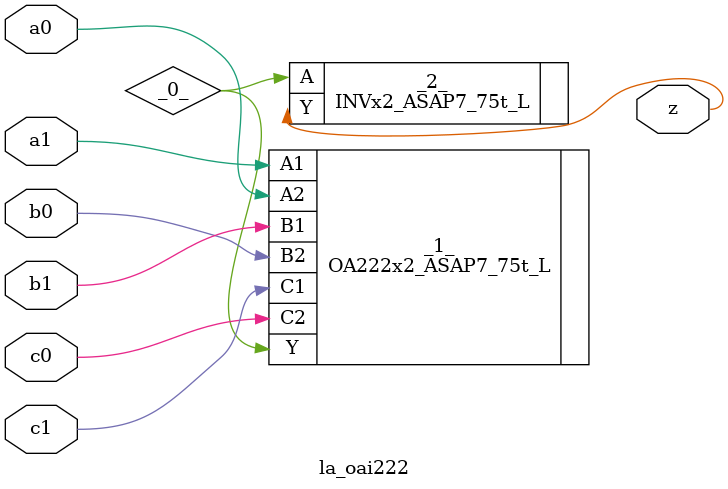
<source format=v>

/* Generated by Yosys 0.37 (git sha1 a5c7f69ed, clang 14.0.0-1ubuntu1.1 -fPIC -Os) */

module la_oai222(a0, a1, b0, b1, c0, c1, z);
  wire _0_;
  input a0;
  wire a0;
  input a1;
  wire a1;
  input b0;
  wire b0;
  input b1;
  wire b1;
  input c0;
  wire c0;
  input c1;
  wire c1;
  output z;
  wire z;
  OA222x2_ASAP7_75t_L _1_ (
    .A1(a1),
    .A2(a0),
    .B1(b1),
    .B2(b0),
    .C1(c1),
    .C2(c0),
    .Y(_0_)
  );
  INVx2_ASAP7_75t_L _2_ (
    .A(_0_),
    .Y(z)
  );
endmodule

</source>
